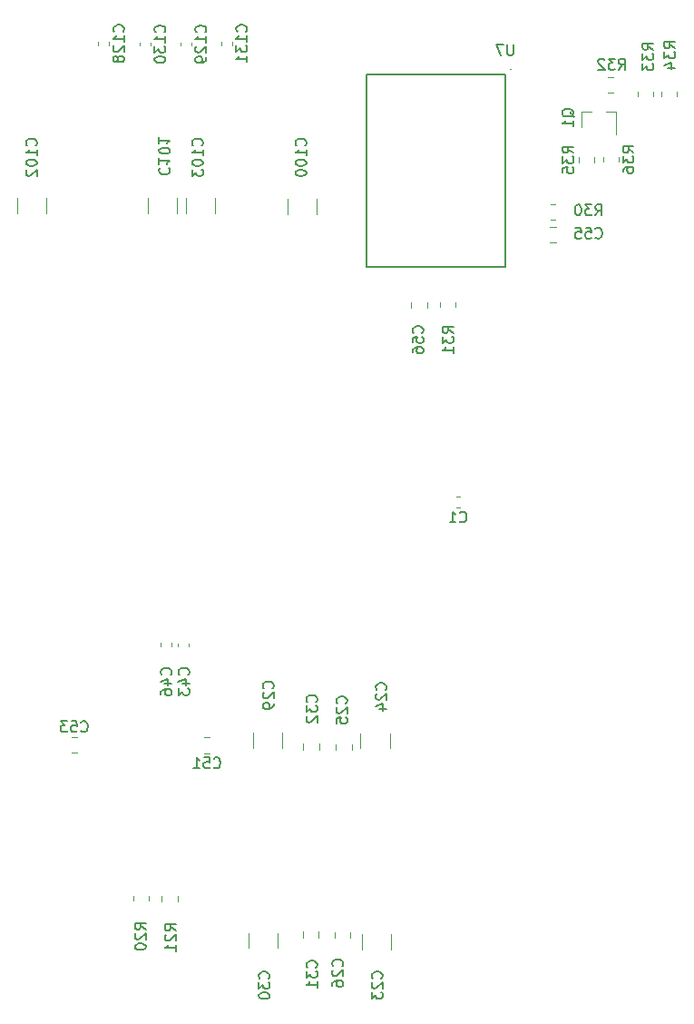
<source format=gbr>
G04 #@! TF.GenerationSoftware,KiCad,Pcbnew,5.1.9*
G04 #@! TF.CreationDate,2021-06-16T15:15:12+08:00*
G04 #@! TF.ProjectId,digital-amplifier2,64696769-7461-46c2-9d61-6d706c696669,rev?*
G04 #@! TF.SameCoordinates,Original*
G04 #@! TF.FileFunction,Legend,Bot*
G04 #@! TF.FilePolarity,Positive*
%FSLAX46Y46*%
G04 Gerber Fmt 4.6, Leading zero omitted, Abs format (unit mm)*
G04 Created by KiCad (PCBNEW 5.1.9) date 2021-06-16 15:15:12*
%MOMM*%
%LPD*%
G01*
G04 APERTURE LIST*
%ADD10C,0.120000*%
%ADD11C,0.150000*%
G04 APERTURE END LIST*
D10*
X166524000Y-116622564D02*
X166524000Y-116168436D01*
X167994000Y-116622564D02*
X167994000Y-116168436D01*
X147443580Y-154977560D02*
X147724740Y-154977560D01*
X147443580Y-153957560D02*
X147724740Y-153957560D01*
X126519400Y-111824380D02*
X126519400Y-111543220D01*
X125499400Y-111824380D02*
X125499400Y-111543220D01*
X118899400Y-111875180D02*
X118899400Y-111594020D01*
X117879400Y-111875180D02*
X117879400Y-111594020D01*
X122709400Y-111875180D02*
X122709400Y-111594020D01*
X121689400Y-111875180D02*
X121689400Y-111594020D01*
X115038600Y-111824380D02*
X115038600Y-111543220D01*
X114018600Y-111824380D02*
X114018600Y-111543220D01*
X124895440Y-127523292D02*
X124895440Y-126100788D01*
X122175440Y-127523292D02*
X122175440Y-126100788D01*
X109162680Y-127538532D02*
X109162680Y-126116028D01*
X106442680Y-127538532D02*
X106442680Y-126116028D01*
X121334360Y-127523292D02*
X121334360Y-126100788D01*
X118614360Y-127523292D02*
X118614360Y-126100788D01*
X134430600Y-127601292D02*
X134430600Y-126178788D01*
X131710600Y-127601292D02*
X131710600Y-126178788D01*
X120880600Y-167601020D02*
X120880600Y-167882180D01*
X119860600Y-167601020D02*
X119860600Y-167882180D01*
X122468100Y-167613720D02*
X122468100Y-167894880D01*
X121448100Y-167613720D02*
X121448100Y-167894880D01*
D11*
X152011380Y-114533680D02*
X152011380Y-132544820D01*
X152011380Y-132544820D02*
X139019000Y-132544820D01*
X139019000Y-132544820D02*
X139019000Y-114569240D01*
X139019000Y-114569240D02*
X151996140Y-114569240D01*
X152516840Y-114025680D02*
X152514300Y-114028220D01*
D10*
X161139200Y-122726184D02*
X161139200Y-122272056D01*
X162609200Y-122726184D02*
X162609200Y-122272056D01*
X160287640Y-122302536D02*
X160287640Y-122756664D01*
X158817640Y-122302536D02*
X158817640Y-122756664D01*
X164370080Y-116607324D02*
X164370080Y-116153196D01*
X165840080Y-116607324D02*
X165840080Y-116153196D01*
X161588716Y-114829920D02*
X162042844Y-114829920D01*
X161588716Y-116299920D02*
X162042844Y-116299920D01*
X145868720Y-135810256D02*
X145868720Y-136264384D01*
X147338720Y-135810256D02*
X147338720Y-136264384D01*
X156236936Y-126671400D02*
X156691064Y-126671400D01*
X156236936Y-128141400D02*
X156691064Y-128141400D01*
X119925160Y-191671944D02*
X119925160Y-191217816D01*
X121395160Y-191671944D02*
X121395160Y-191217816D01*
X117273400Y-191636384D02*
X117273400Y-191182256D01*
X118743400Y-191636384D02*
X118743400Y-191182256D01*
X159148660Y-118007860D02*
X159148660Y-119467860D01*
X162308660Y-118007860D02*
X162308660Y-120167860D01*
X162308660Y-118007860D02*
X161378660Y-118007860D01*
X159148660Y-118007860D02*
X160078660Y-118007860D01*
X144676800Y-135819248D02*
X144676800Y-136341752D01*
X143206800Y-135819248D02*
X143206800Y-136341752D01*
X156177348Y-128792300D02*
X156699852Y-128792300D01*
X156177348Y-130262300D02*
X156699852Y-130262300D01*
X112021252Y-177846660D02*
X111498748Y-177846660D01*
X112021252Y-176376660D02*
X111498748Y-176376660D01*
X123891408Y-176407140D02*
X124413912Y-176407140D01*
X123891408Y-177877140D02*
X124413912Y-177877140D01*
X133143320Y-177517692D02*
X133143320Y-176995188D01*
X134613320Y-177517692D02*
X134613320Y-176995188D01*
X134593000Y-194531348D02*
X134593000Y-195053852D01*
X133123000Y-194531348D02*
X133123000Y-195053852D01*
X130778080Y-194624908D02*
X130778080Y-196047412D01*
X128058080Y-194624908D02*
X128058080Y-196047412D01*
X128474640Y-177368252D02*
X128474640Y-175945748D01*
X131194640Y-177368252D02*
X131194640Y-175945748D01*
X137524160Y-194546588D02*
X137524160Y-195069092D01*
X136054160Y-194546588D02*
X136054160Y-195069092D01*
X136201480Y-177543092D02*
X136201480Y-177020588D01*
X137671480Y-177543092D02*
X137671480Y-177020588D01*
X138487320Y-177419052D02*
X138487320Y-175996548D01*
X141207320Y-177419052D02*
X141207320Y-175996548D01*
X141364800Y-194751908D02*
X141364800Y-196174412D01*
X138644800Y-194751908D02*
X138644800Y-196174412D01*
D11*
X167838380Y-112133142D02*
X167362190Y-111799809D01*
X167838380Y-111561714D02*
X166838380Y-111561714D01*
X166838380Y-111942666D01*
X166886000Y-112037904D01*
X166933619Y-112085523D01*
X167028857Y-112133142D01*
X167171714Y-112133142D01*
X167266952Y-112085523D01*
X167314571Y-112037904D01*
X167362190Y-111942666D01*
X167362190Y-111561714D01*
X166838380Y-112466476D02*
X166838380Y-113085523D01*
X167219333Y-112752190D01*
X167219333Y-112895047D01*
X167266952Y-112990285D01*
X167314571Y-113037904D01*
X167409809Y-113085523D01*
X167647904Y-113085523D01*
X167743142Y-113037904D01*
X167790761Y-112990285D01*
X167838380Y-112895047D01*
X167838380Y-112609333D01*
X167790761Y-112514095D01*
X167743142Y-112466476D01*
X167171714Y-113942666D02*
X167838380Y-113942666D01*
X166790761Y-113704571D02*
X167505047Y-113466476D01*
X167505047Y-114085523D01*
X147750826Y-156254702D02*
X147798445Y-156302321D01*
X147941302Y-156349940D01*
X148036540Y-156349940D01*
X148179398Y-156302321D01*
X148274636Y-156207083D01*
X148322255Y-156111845D01*
X148369874Y-155921369D01*
X148369874Y-155778512D01*
X148322255Y-155588036D01*
X148274636Y-155492798D01*
X148179398Y-155397560D01*
X148036540Y-155349940D01*
X147941302Y-155349940D01*
X147798445Y-155397560D01*
X147750826Y-155445179D01*
X146798445Y-156349940D02*
X147369874Y-156349940D01*
X147084160Y-156349940D02*
X147084160Y-155349940D01*
X147179398Y-155492798D01*
X147274636Y-155588036D01*
X147369874Y-155635655D01*
X127796542Y-110564752D02*
X127844161Y-110517133D01*
X127891780Y-110374276D01*
X127891780Y-110279038D01*
X127844161Y-110136180D01*
X127748923Y-110040942D01*
X127653685Y-109993323D01*
X127463209Y-109945704D01*
X127320352Y-109945704D01*
X127129876Y-109993323D01*
X127034638Y-110040942D01*
X126939400Y-110136180D01*
X126891780Y-110279038D01*
X126891780Y-110374276D01*
X126939400Y-110517133D01*
X126987019Y-110564752D01*
X127891780Y-111517133D02*
X127891780Y-110945704D01*
X127891780Y-111231419D02*
X126891780Y-111231419D01*
X127034638Y-111136180D01*
X127129876Y-111040942D01*
X127177495Y-110945704D01*
X126891780Y-111850466D02*
X126891780Y-112469514D01*
X127272733Y-112136180D01*
X127272733Y-112279038D01*
X127320352Y-112374276D01*
X127367971Y-112421895D01*
X127463209Y-112469514D01*
X127701304Y-112469514D01*
X127796542Y-112421895D01*
X127844161Y-112374276D01*
X127891780Y-112279038D01*
X127891780Y-111993323D01*
X127844161Y-111898085D01*
X127796542Y-111850466D01*
X127891780Y-113421895D02*
X127891780Y-112850466D01*
X127891780Y-113136180D02*
X126891780Y-113136180D01*
X127034638Y-113040942D01*
X127129876Y-112945704D01*
X127177495Y-112850466D01*
X120176542Y-110615552D02*
X120224161Y-110567933D01*
X120271780Y-110425076D01*
X120271780Y-110329838D01*
X120224161Y-110186980D01*
X120128923Y-110091742D01*
X120033685Y-110044123D01*
X119843209Y-109996504D01*
X119700352Y-109996504D01*
X119509876Y-110044123D01*
X119414638Y-110091742D01*
X119319400Y-110186980D01*
X119271780Y-110329838D01*
X119271780Y-110425076D01*
X119319400Y-110567933D01*
X119367019Y-110615552D01*
X120271780Y-111567933D02*
X120271780Y-110996504D01*
X120271780Y-111282219D02*
X119271780Y-111282219D01*
X119414638Y-111186980D01*
X119509876Y-111091742D01*
X119557495Y-110996504D01*
X119271780Y-111901266D02*
X119271780Y-112520314D01*
X119652733Y-112186980D01*
X119652733Y-112329838D01*
X119700352Y-112425076D01*
X119747971Y-112472695D01*
X119843209Y-112520314D01*
X120081304Y-112520314D01*
X120176542Y-112472695D01*
X120224161Y-112425076D01*
X120271780Y-112329838D01*
X120271780Y-112044123D01*
X120224161Y-111948885D01*
X120176542Y-111901266D01*
X119271780Y-113139361D02*
X119271780Y-113234600D01*
X119319400Y-113329838D01*
X119367019Y-113377457D01*
X119462257Y-113425076D01*
X119652733Y-113472695D01*
X119890828Y-113472695D01*
X120081304Y-113425076D01*
X120176542Y-113377457D01*
X120224161Y-113329838D01*
X120271780Y-113234600D01*
X120271780Y-113139361D01*
X120224161Y-113044123D01*
X120176542Y-112996504D01*
X120081304Y-112948885D01*
X119890828Y-112901266D01*
X119652733Y-112901266D01*
X119462257Y-112948885D01*
X119367019Y-112996504D01*
X119319400Y-113044123D01*
X119271780Y-113139361D01*
X123986542Y-110615552D02*
X124034161Y-110567933D01*
X124081780Y-110425076D01*
X124081780Y-110329838D01*
X124034161Y-110186980D01*
X123938923Y-110091742D01*
X123843685Y-110044123D01*
X123653209Y-109996504D01*
X123510352Y-109996504D01*
X123319876Y-110044123D01*
X123224638Y-110091742D01*
X123129400Y-110186980D01*
X123081780Y-110329838D01*
X123081780Y-110425076D01*
X123129400Y-110567933D01*
X123177019Y-110615552D01*
X124081780Y-111567933D02*
X124081780Y-110996504D01*
X124081780Y-111282219D02*
X123081780Y-111282219D01*
X123224638Y-111186980D01*
X123319876Y-111091742D01*
X123367495Y-110996504D01*
X123177019Y-111948885D02*
X123129400Y-111996504D01*
X123081780Y-112091742D01*
X123081780Y-112329838D01*
X123129400Y-112425076D01*
X123177019Y-112472695D01*
X123272257Y-112520314D01*
X123367495Y-112520314D01*
X123510352Y-112472695D01*
X124081780Y-111901266D01*
X124081780Y-112520314D01*
X124081780Y-112996504D02*
X124081780Y-113186980D01*
X124034161Y-113282219D01*
X123986542Y-113329838D01*
X123843685Y-113425076D01*
X123653209Y-113472695D01*
X123272257Y-113472695D01*
X123177019Y-113425076D01*
X123129400Y-113377457D01*
X123081780Y-113282219D01*
X123081780Y-113091742D01*
X123129400Y-112996504D01*
X123177019Y-112948885D01*
X123272257Y-112901266D01*
X123510352Y-112901266D01*
X123605590Y-112948885D01*
X123653209Y-112996504D01*
X123700828Y-113091742D01*
X123700828Y-113282219D01*
X123653209Y-113377457D01*
X123605590Y-113425076D01*
X123510352Y-113472695D01*
X116315742Y-110564752D02*
X116363361Y-110517133D01*
X116410980Y-110374276D01*
X116410980Y-110279038D01*
X116363361Y-110136180D01*
X116268123Y-110040942D01*
X116172885Y-109993323D01*
X115982409Y-109945704D01*
X115839552Y-109945704D01*
X115649076Y-109993323D01*
X115553838Y-110040942D01*
X115458600Y-110136180D01*
X115410980Y-110279038D01*
X115410980Y-110374276D01*
X115458600Y-110517133D01*
X115506219Y-110564752D01*
X116410980Y-111517133D02*
X116410980Y-110945704D01*
X116410980Y-111231419D02*
X115410980Y-111231419D01*
X115553838Y-111136180D01*
X115649076Y-111040942D01*
X115696695Y-110945704D01*
X115506219Y-111898085D02*
X115458600Y-111945704D01*
X115410980Y-112040942D01*
X115410980Y-112279038D01*
X115458600Y-112374276D01*
X115506219Y-112421895D01*
X115601457Y-112469514D01*
X115696695Y-112469514D01*
X115839552Y-112421895D01*
X116410980Y-111850466D01*
X116410980Y-112469514D01*
X115839552Y-113040942D02*
X115791933Y-112945704D01*
X115744314Y-112898085D01*
X115649076Y-112850466D01*
X115601457Y-112850466D01*
X115506219Y-112898085D01*
X115458600Y-112945704D01*
X115410980Y-113040942D01*
X115410980Y-113231419D01*
X115458600Y-113326657D01*
X115506219Y-113374276D01*
X115601457Y-113421895D01*
X115649076Y-113421895D01*
X115744314Y-113374276D01*
X115791933Y-113326657D01*
X115839552Y-113231419D01*
X115839552Y-113040942D01*
X115887171Y-112945704D01*
X115934790Y-112898085D01*
X116030028Y-112850466D01*
X116220504Y-112850466D01*
X116315742Y-112898085D01*
X116363361Y-112945704D01*
X116410980Y-113040942D01*
X116410980Y-113231419D01*
X116363361Y-113326657D01*
X116315742Y-113374276D01*
X116220504Y-113421895D01*
X116030028Y-113421895D01*
X115934790Y-113374276D01*
X115887171Y-113326657D01*
X115839552Y-113231419D01*
X123674142Y-121181952D02*
X123721761Y-121134333D01*
X123769380Y-120991476D01*
X123769380Y-120896238D01*
X123721761Y-120753380D01*
X123626523Y-120658142D01*
X123531285Y-120610523D01*
X123340809Y-120562904D01*
X123197952Y-120562904D01*
X123007476Y-120610523D01*
X122912238Y-120658142D01*
X122817000Y-120753380D01*
X122769380Y-120896238D01*
X122769380Y-120991476D01*
X122817000Y-121134333D01*
X122864619Y-121181952D01*
X123769380Y-122134333D02*
X123769380Y-121562904D01*
X123769380Y-121848619D02*
X122769380Y-121848619D01*
X122912238Y-121753380D01*
X123007476Y-121658142D01*
X123055095Y-121562904D01*
X122769380Y-122753380D02*
X122769380Y-122848619D01*
X122817000Y-122943857D01*
X122864619Y-122991476D01*
X122959857Y-123039095D01*
X123150333Y-123086714D01*
X123388428Y-123086714D01*
X123578904Y-123039095D01*
X123674142Y-122991476D01*
X123721761Y-122943857D01*
X123769380Y-122848619D01*
X123769380Y-122753380D01*
X123721761Y-122658142D01*
X123674142Y-122610523D01*
X123578904Y-122562904D01*
X123388428Y-122515285D01*
X123150333Y-122515285D01*
X122959857Y-122562904D01*
X122864619Y-122610523D01*
X122817000Y-122658142D01*
X122769380Y-122753380D01*
X122769380Y-123420047D02*
X122769380Y-124039095D01*
X123150333Y-123705761D01*
X123150333Y-123848619D01*
X123197952Y-123943857D01*
X123245571Y-123991476D01*
X123340809Y-124039095D01*
X123578904Y-124039095D01*
X123674142Y-123991476D01*
X123721761Y-123943857D01*
X123769380Y-123848619D01*
X123769380Y-123562904D01*
X123721761Y-123467666D01*
X123674142Y-123420047D01*
X108180142Y-121181952D02*
X108227761Y-121134333D01*
X108275380Y-120991476D01*
X108275380Y-120896238D01*
X108227761Y-120753380D01*
X108132523Y-120658142D01*
X108037285Y-120610523D01*
X107846809Y-120562904D01*
X107703952Y-120562904D01*
X107513476Y-120610523D01*
X107418238Y-120658142D01*
X107323000Y-120753380D01*
X107275380Y-120896238D01*
X107275380Y-120991476D01*
X107323000Y-121134333D01*
X107370619Y-121181952D01*
X108275380Y-122134333D02*
X108275380Y-121562904D01*
X108275380Y-121848619D02*
X107275380Y-121848619D01*
X107418238Y-121753380D01*
X107513476Y-121658142D01*
X107561095Y-121562904D01*
X107275380Y-122753380D02*
X107275380Y-122848619D01*
X107323000Y-122943857D01*
X107370619Y-122991476D01*
X107465857Y-123039095D01*
X107656333Y-123086714D01*
X107894428Y-123086714D01*
X108084904Y-123039095D01*
X108180142Y-122991476D01*
X108227761Y-122943857D01*
X108275380Y-122848619D01*
X108275380Y-122753380D01*
X108227761Y-122658142D01*
X108180142Y-122610523D01*
X108084904Y-122562904D01*
X107894428Y-122515285D01*
X107656333Y-122515285D01*
X107465857Y-122562904D01*
X107370619Y-122610523D01*
X107323000Y-122658142D01*
X107275380Y-122753380D01*
X107370619Y-123467666D02*
X107323000Y-123515285D01*
X107275380Y-123610523D01*
X107275380Y-123848619D01*
X107323000Y-123943857D01*
X107370619Y-123991476D01*
X107465857Y-124039095D01*
X107561095Y-124039095D01*
X107703952Y-123991476D01*
X108275380Y-123420047D01*
X108275380Y-124039095D01*
X119784857Y-123293047D02*
X119737238Y-123340666D01*
X119689619Y-123483523D01*
X119689619Y-123578761D01*
X119737238Y-123721619D01*
X119832476Y-123816857D01*
X119927714Y-123864476D01*
X120118190Y-123912095D01*
X120261047Y-123912095D01*
X120451523Y-123864476D01*
X120546761Y-123816857D01*
X120642000Y-123721619D01*
X120689619Y-123578761D01*
X120689619Y-123483523D01*
X120642000Y-123340666D01*
X120594380Y-123293047D01*
X119689619Y-122340666D02*
X119689619Y-122912095D01*
X119689619Y-122626380D02*
X120689619Y-122626380D01*
X120546761Y-122721619D01*
X120451523Y-122816857D01*
X120403904Y-122912095D01*
X120689619Y-121721619D02*
X120689619Y-121626380D01*
X120642000Y-121531142D01*
X120594380Y-121483523D01*
X120499142Y-121435904D01*
X120308666Y-121388285D01*
X120070571Y-121388285D01*
X119880095Y-121435904D01*
X119784857Y-121483523D01*
X119737238Y-121531142D01*
X119689619Y-121626380D01*
X119689619Y-121721619D01*
X119737238Y-121816857D01*
X119784857Y-121864476D01*
X119880095Y-121912095D01*
X120070571Y-121959714D01*
X120308666Y-121959714D01*
X120499142Y-121912095D01*
X120594380Y-121864476D01*
X120642000Y-121816857D01*
X120689619Y-121721619D01*
X119689619Y-120435904D02*
X119689619Y-121007333D01*
X119689619Y-120721619D02*
X120689619Y-120721619D01*
X120546761Y-120816857D01*
X120451523Y-120912095D01*
X120403904Y-121007333D01*
X133326142Y-121181952D02*
X133373761Y-121134333D01*
X133421380Y-120991476D01*
X133421380Y-120896238D01*
X133373761Y-120753380D01*
X133278523Y-120658142D01*
X133183285Y-120610523D01*
X132992809Y-120562904D01*
X132849952Y-120562904D01*
X132659476Y-120610523D01*
X132564238Y-120658142D01*
X132469000Y-120753380D01*
X132421380Y-120896238D01*
X132421380Y-120991476D01*
X132469000Y-121134333D01*
X132516619Y-121181952D01*
X133421380Y-122134333D02*
X133421380Y-121562904D01*
X133421380Y-121848619D02*
X132421380Y-121848619D01*
X132564238Y-121753380D01*
X132659476Y-121658142D01*
X132707095Y-121562904D01*
X132421380Y-122753380D02*
X132421380Y-122848619D01*
X132469000Y-122943857D01*
X132516619Y-122991476D01*
X132611857Y-123039095D01*
X132802333Y-123086714D01*
X133040428Y-123086714D01*
X133230904Y-123039095D01*
X133326142Y-122991476D01*
X133373761Y-122943857D01*
X133421380Y-122848619D01*
X133421380Y-122753380D01*
X133373761Y-122658142D01*
X133326142Y-122610523D01*
X133230904Y-122562904D01*
X133040428Y-122515285D01*
X132802333Y-122515285D01*
X132611857Y-122562904D01*
X132516619Y-122610523D01*
X132469000Y-122658142D01*
X132421380Y-122753380D01*
X132421380Y-123705761D02*
X132421380Y-123801000D01*
X132469000Y-123896238D01*
X132516619Y-123943857D01*
X132611857Y-123991476D01*
X132802333Y-124039095D01*
X133040428Y-124039095D01*
X133230904Y-123991476D01*
X133326142Y-123943857D01*
X133373761Y-123896238D01*
X133421380Y-123801000D01*
X133421380Y-123705761D01*
X133373761Y-123610523D01*
X133326142Y-123562904D01*
X133230904Y-123515285D01*
X133040428Y-123467666D01*
X132802333Y-123467666D01*
X132611857Y-123515285D01*
X132516619Y-123562904D01*
X132469000Y-123610523D01*
X132421380Y-123705761D01*
X120753142Y-170553142D02*
X120800761Y-170505523D01*
X120848380Y-170362666D01*
X120848380Y-170267428D01*
X120800761Y-170124571D01*
X120705523Y-170029333D01*
X120610285Y-169981714D01*
X120419809Y-169934095D01*
X120276952Y-169934095D01*
X120086476Y-169981714D01*
X119991238Y-170029333D01*
X119896000Y-170124571D01*
X119848380Y-170267428D01*
X119848380Y-170362666D01*
X119896000Y-170505523D01*
X119943619Y-170553142D01*
X120181714Y-171410285D02*
X120848380Y-171410285D01*
X119800761Y-171172190D02*
X120515047Y-170934095D01*
X120515047Y-171553142D01*
X119848380Y-172362666D02*
X119848380Y-172172190D01*
X119896000Y-172076952D01*
X119943619Y-172029333D01*
X120086476Y-171934095D01*
X120276952Y-171886476D01*
X120657904Y-171886476D01*
X120753142Y-171934095D01*
X120800761Y-171981714D01*
X120848380Y-172076952D01*
X120848380Y-172267428D01*
X120800761Y-172362666D01*
X120753142Y-172410285D01*
X120657904Y-172457904D01*
X120419809Y-172457904D01*
X120324571Y-172410285D01*
X120276952Y-172362666D01*
X120229333Y-172267428D01*
X120229333Y-172076952D01*
X120276952Y-171981714D01*
X120324571Y-171934095D01*
X120419809Y-171886476D01*
X122404142Y-170553142D02*
X122451761Y-170505523D01*
X122499380Y-170362666D01*
X122499380Y-170267428D01*
X122451761Y-170124571D01*
X122356523Y-170029333D01*
X122261285Y-169981714D01*
X122070809Y-169934095D01*
X121927952Y-169934095D01*
X121737476Y-169981714D01*
X121642238Y-170029333D01*
X121547000Y-170124571D01*
X121499380Y-170267428D01*
X121499380Y-170362666D01*
X121547000Y-170505523D01*
X121594619Y-170553142D01*
X121832714Y-171410285D02*
X122499380Y-171410285D01*
X121451761Y-171172190D02*
X122166047Y-170934095D01*
X122166047Y-171553142D01*
X121499380Y-171838857D02*
X121499380Y-172457904D01*
X121880333Y-172124571D01*
X121880333Y-172267428D01*
X121927952Y-172362666D01*
X121975571Y-172410285D01*
X122070809Y-172457904D01*
X122308904Y-172457904D01*
X122404142Y-172410285D01*
X122451761Y-172362666D01*
X122499380Y-172267428D01*
X122499380Y-171981714D01*
X122451761Y-171886476D01*
X122404142Y-171838857D01*
X152760584Y-111783880D02*
X152760584Y-112593404D01*
X152712965Y-112688642D01*
X152665346Y-112736261D01*
X152570108Y-112783880D01*
X152379632Y-112783880D01*
X152284394Y-112736261D01*
X152236775Y-112688642D01*
X152189156Y-112593404D01*
X152189156Y-111783880D01*
X151808203Y-111783880D02*
X151141537Y-111783880D01*
X151570108Y-112783880D01*
X163976580Y-121856262D02*
X163500390Y-121522929D01*
X163976580Y-121284834D02*
X162976580Y-121284834D01*
X162976580Y-121665786D01*
X163024200Y-121761024D01*
X163071819Y-121808643D01*
X163167057Y-121856262D01*
X163309914Y-121856262D01*
X163405152Y-121808643D01*
X163452771Y-121761024D01*
X163500390Y-121665786D01*
X163500390Y-121284834D01*
X162976580Y-122189596D02*
X162976580Y-122808643D01*
X163357533Y-122475310D01*
X163357533Y-122618167D01*
X163405152Y-122713405D01*
X163452771Y-122761024D01*
X163548009Y-122808643D01*
X163786104Y-122808643D01*
X163881342Y-122761024D01*
X163928961Y-122713405D01*
X163976580Y-122618167D01*
X163976580Y-122332453D01*
X163928961Y-122237215D01*
X163881342Y-122189596D01*
X162976580Y-123665786D02*
X162976580Y-123475310D01*
X163024200Y-123380072D01*
X163071819Y-123332453D01*
X163214676Y-123237215D01*
X163405152Y-123189596D01*
X163786104Y-123189596D01*
X163881342Y-123237215D01*
X163928961Y-123284834D01*
X163976580Y-123380072D01*
X163976580Y-123570548D01*
X163928961Y-123665786D01*
X163881342Y-123713405D01*
X163786104Y-123761024D01*
X163548009Y-123761024D01*
X163452771Y-123713405D01*
X163405152Y-123665786D01*
X163357533Y-123570548D01*
X163357533Y-123380072D01*
X163405152Y-123284834D01*
X163452771Y-123237215D01*
X163548009Y-123189596D01*
X158355020Y-121886742D02*
X157878830Y-121553409D01*
X158355020Y-121315314D02*
X157355020Y-121315314D01*
X157355020Y-121696266D01*
X157402640Y-121791504D01*
X157450259Y-121839123D01*
X157545497Y-121886742D01*
X157688354Y-121886742D01*
X157783592Y-121839123D01*
X157831211Y-121791504D01*
X157878830Y-121696266D01*
X157878830Y-121315314D01*
X157355020Y-122220076D02*
X157355020Y-122839123D01*
X157735973Y-122505790D01*
X157735973Y-122648647D01*
X157783592Y-122743885D01*
X157831211Y-122791504D01*
X157926449Y-122839123D01*
X158164544Y-122839123D01*
X158259782Y-122791504D01*
X158307401Y-122743885D01*
X158355020Y-122648647D01*
X158355020Y-122362933D01*
X158307401Y-122267695D01*
X158259782Y-122220076D01*
X157355020Y-123743885D02*
X157355020Y-123267695D01*
X157831211Y-123220076D01*
X157783592Y-123267695D01*
X157735973Y-123362933D01*
X157735973Y-123601028D01*
X157783592Y-123696266D01*
X157831211Y-123743885D01*
X157926449Y-123791504D01*
X158164544Y-123791504D01*
X158259782Y-123743885D01*
X158307401Y-123696266D01*
X158355020Y-123601028D01*
X158355020Y-123362933D01*
X158307401Y-123267695D01*
X158259782Y-123220076D01*
X165806380Y-112260142D02*
X165330190Y-111926809D01*
X165806380Y-111688714D02*
X164806380Y-111688714D01*
X164806380Y-112069666D01*
X164854000Y-112164904D01*
X164901619Y-112212523D01*
X164996857Y-112260142D01*
X165139714Y-112260142D01*
X165234952Y-112212523D01*
X165282571Y-112164904D01*
X165330190Y-112069666D01*
X165330190Y-111688714D01*
X164806380Y-112593476D02*
X164806380Y-113212523D01*
X165187333Y-112879190D01*
X165187333Y-113022047D01*
X165234952Y-113117285D01*
X165282571Y-113164904D01*
X165377809Y-113212523D01*
X165615904Y-113212523D01*
X165711142Y-113164904D01*
X165758761Y-113117285D01*
X165806380Y-113022047D01*
X165806380Y-112736333D01*
X165758761Y-112641095D01*
X165711142Y-112593476D01*
X164806380Y-113545857D02*
X164806380Y-114164904D01*
X165187333Y-113831571D01*
X165187333Y-113974428D01*
X165234952Y-114069666D01*
X165282571Y-114117285D01*
X165377809Y-114164904D01*
X165615904Y-114164904D01*
X165711142Y-114117285D01*
X165758761Y-114069666D01*
X165806380Y-113974428D01*
X165806380Y-113688714D01*
X165758761Y-113593476D01*
X165711142Y-113545857D01*
X162567857Y-114117380D02*
X162901190Y-113641190D01*
X163139285Y-114117380D02*
X163139285Y-113117380D01*
X162758333Y-113117380D01*
X162663095Y-113165000D01*
X162615476Y-113212619D01*
X162567857Y-113307857D01*
X162567857Y-113450714D01*
X162615476Y-113545952D01*
X162663095Y-113593571D01*
X162758333Y-113641190D01*
X163139285Y-113641190D01*
X162234523Y-113117380D02*
X161615476Y-113117380D01*
X161948809Y-113498333D01*
X161805952Y-113498333D01*
X161710714Y-113545952D01*
X161663095Y-113593571D01*
X161615476Y-113688809D01*
X161615476Y-113926904D01*
X161663095Y-114022142D01*
X161710714Y-114069761D01*
X161805952Y-114117380D01*
X162091666Y-114117380D01*
X162186904Y-114069761D01*
X162234523Y-114022142D01*
X161234523Y-113212619D02*
X161186904Y-113165000D01*
X161091666Y-113117380D01*
X160853571Y-113117380D01*
X160758333Y-113165000D01*
X160710714Y-113212619D01*
X160663095Y-113307857D01*
X160663095Y-113403095D01*
X160710714Y-113545952D01*
X161282142Y-114117380D01*
X160663095Y-114117380D01*
X147137380Y-138676142D02*
X146661190Y-138342809D01*
X147137380Y-138104714D02*
X146137380Y-138104714D01*
X146137380Y-138485666D01*
X146185000Y-138580904D01*
X146232619Y-138628523D01*
X146327857Y-138676142D01*
X146470714Y-138676142D01*
X146565952Y-138628523D01*
X146613571Y-138580904D01*
X146661190Y-138485666D01*
X146661190Y-138104714D01*
X146137380Y-139009476D02*
X146137380Y-139628523D01*
X146518333Y-139295190D01*
X146518333Y-139438047D01*
X146565952Y-139533285D01*
X146613571Y-139580904D01*
X146708809Y-139628523D01*
X146946904Y-139628523D01*
X147042142Y-139580904D01*
X147089761Y-139533285D01*
X147137380Y-139438047D01*
X147137380Y-139152333D01*
X147089761Y-139057095D01*
X147042142Y-139009476D01*
X147137380Y-140580904D02*
X147137380Y-140009476D01*
X147137380Y-140295190D02*
X146137380Y-140295190D01*
X146280238Y-140199952D01*
X146375476Y-140104714D01*
X146423095Y-140009476D01*
X160408857Y-127706380D02*
X160742190Y-127230190D01*
X160980285Y-127706380D02*
X160980285Y-126706380D01*
X160599333Y-126706380D01*
X160504095Y-126754000D01*
X160456476Y-126801619D01*
X160408857Y-126896857D01*
X160408857Y-127039714D01*
X160456476Y-127134952D01*
X160504095Y-127182571D01*
X160599333Y-127230190D01*
X160980285Y-127230190D01*
X160075523Y-126706380D02*
X159456476Y-126706380D01*
X159789809Y-127087333D01*
X159646952Y-127087333D01*
X159551714Y-127134952D01*
X159504095Y-127182571D01*
X159456476Y-127277809D01*
X159456476Y-127515904D01*
X159504095Y-127611142D01*
X159551714Y-127658761D01*
X159646952Y-127706380D01*
X159932666Y-127706380D01*
X160027904Y-127658761D01*
X160075523Y-127611142D01*
X158837428Y-126706380D02*
X158742190Y-126706380D01*
X158646952Y-126754000D01*
X158599333Y-126801619D01*
X158551714Y-126896857D01*
X158504095Y-127087333D01*
X158504095Y-127325428D01*
X158551714Y-127515904D01*
X158599333Y-127611142D01*
X158646952Y-127658761D01*
X158742190Y-127706380D01*
X158837428Y-127706380D01*
X158932666Y-127658761D01*
X158980285Y-127611142D01*
X159027904Y-127515904D01*
X159075523Y-127325428D01*
X159075523Y-127087333D01*
X159027904Y-126896857D01*
X158980285Y-126801619D01*
X158932666Y-126754000D01*
X158837428Y-126706380D01*
X121229380Y-194429142D02*
X120753190Y-194095809D01*
X121229380Y-193857714D02*
X120229380Y-193857714D01*
X120229380Y-194238666D01*
X120277000Y-194333904D01*
X120324619Y-194381523D01*
X120419857Y-194429142D01*
X120562714Y-194429142D01*
X120657952Y-194381523D01*
X120705571Y-194333904D01*
X120753190Y-194238666D01*
X120753190Y-193857714D01*
X120324619Y-194810095D02*
X120277000Y-194857714D01*
X120229380Y-194952952D01*
X120229380Y-195191047D01*
X120277000Y-195286285D01*
X120324619Y-195333904D01*
X120419857Y-195381523D01*
X120515095Y-195381523D01*
X120657952Y-195333904D01*
X121229380Y-194762476D01*
X121229380Y-195381523D01*
X121229380Y-196333904D02*
X121229380Y-195762476D01*
X121229380Y-196048190D02*
X120229380Y-196048190D01*
X120372238Y-195952952D01*
X120467476Y-195857714D01*
X120515095Y-195762476D01*
X118435380Y-194302142D02*
X117959190Y-193968809D01*
X118435380Y-193730714D02*
X117435380Y-193730714D01*
X117435380Y-194111666D01*
X117483000Y-194206904D01*
X117530619Y-194254523D01*
X117625857Y-194302142D01*
X117768714Y-194302142D01*
X117863952Y-194254523D01*
X117911571Y-194206904D01*
X117959190Y-194111666D01*
X117959190Y-193730714D01*
X117530619Y-194683095D02*
X117483000Y-194730714D01*
X117435380Y-194825952D01*
X117435380Y-195064047D01*
X117483000Y-195159285D01*
X117530619Y-195206904D01*
X117625857Y-195254523D01*
X117721095Y-195254523D01*
X117863952Y-195206904D01*
X118435380Y-194635476D01*
X118435380Y-195254523D01*
X117435380Y-195873571D02*
X117435380Y-195968809D01*
X117483000Y-196064047D01*
X117530619Y-196111666D01*
X117625857Y-196159285D01*
X117816333Y-196206904D01*
X118054428Y-196206904D01*
X118244904Y-196159285D01*
X118340142Y-196111666D01*
X118387761Y-196064047D01*
X118435380Y-195968809D01*
X118435380Y-195873571D01*
X118387761Y-195778333D01*
X118340142Y-195730714D01*
X118244904Y-195683095D01*
X118054428Y-195635476D01*
X117816333Y-195635476D01*
X117625857Y-195683095D01*
X117530619Y-195730714D01*
X117483000Y-195778333D01*
X117435380Y-195873571D01*
X158408619Y-118522761D02*
X158361000Y-118427523D01*
X158265761Y-118332285D01*
X158122904Y-118189428D01*
X158075285Y-118094190D01*
X158075285Y-117998952D01*
X158313380Y-118046571D02*
X158265761Y-117951333D01*
X158170523Y-117856095D01*
X157980047Y-117808476D01*
X157646714Y-117808476D01*
X157456238Y-117856095D01*
X157361000Y-117951333D01*
X157313380Y-118046571D01*
X157313380Y-118237047D01*
X157361000Y-118332285D01*
X157456238Y-118427523D01*
X157646714Y-118475142D01*
X157980047Y-118475142D01*
X158170523Y-118427523D01*
X158265761Y-118332285D01*
X158313380Y-118237047D01*
X158313380Y-118046571D01*
X158313380Y-119427523D02*
X158313380Y-118856095D01*
X158313380Y-119141809D02*
X157313380Y-119141809D01*
X157456238Y-119046571D01*
X157551476Y-118951333D01*
X157599095Y-118856095D01*
X144248142Y-138676142D02*
X144295761Y-138628523D01*
X144343380Y-138485666D01*
X144343380Y-138390428D01*
X144295761Y-138247571D01*
X144200523Y-138152333D01*
X144105285Y-138104714D01*
X143914809Y-138057095D01*
X143771952Y-138057095D01*
X143581476Y-138104714D01*
X143486238Y-138152333D01*
X143391000Y-138247571D01*
X143343380Y-138390428D01*
X143343380Y-138485666D01*
X143391000Y-138628523D01*
X143438619Y-138676142D01*
X143343380Y-139580904D02*
X143343380Y-139104714D01*
X143819571Y-139057095D01*
X143771952Y-139104714D01*
X143724333Y-139199952D01*
X143724333Y-139438047D01*
X143771952Y-139533285D01*
X143819571Y-139580904D01*
X143914809Y-139628523D01*
X144152904Y-139628523D01*
X144248142Y-139580904D01*
X144295761Y-139533285D01*
X144343380Y-139438047D01*
X144343380Y-139199952D01*
X144295761Y-139104714D01*
X144248142Y-139057095D01*
X143343380Y-140485666D02*
X143343380Y-140295190D01*
X143391000Y-140199952D01*
X143438619Y-140152333D01*
X143581476Y-140057095D01*
X143771952Y-140009476D01*
X144152904Y-140009476D01*
X144248142Y-140057095D01*
X144295761Y-140104714D01*
X144343380Y-140199952D01*
X144343380Y-140390428D01*
X144295761Y-140485666D01*
X144248142Y-140533285D01*
X144152904Y-140580904D01*
X143914809Y-140580904D01*
X143819571Y-140533285D01*
X143771952Y-140485666D01*
X143724333Y-140390428D01*
X143724333Y-140199952D01*
X143771952Y-140104714D01*
X143819571Y-140057095D01*
X143914809Y-140009476D01*
X160408857Y-129770142D02*
X160456476Y-129817761D01*
X160599333Y-129865380D01*
X160694571Y-129865380D01*
X160837428Y-129817761D01*
X160932666Y-129722523D01*
X160980285Y-129627285D01*
X161027904Y-129436809D01*
X161027904Y-129293952D01*
X160980285Y-129103476D01*
X160932666Y-129008238D01*
X160837428Y-128913000D01*
X160694571Y-128865380D01*
X160599333Y-128865380D01*
X160456476Y-128913000D01*
X160408857Y-128960619D01*
X159504095Y-128865380D02*
X159980285Y-128865380D01*
X160027904Y-129341571D01*
X159980285Y-129293952D01*
X159885047Y-129246333D01*
X159646952Y-129246333D01*
X159551714Y-129293952D01*
X159504095Y-129341571D01*
X159456476Y-129436809D01*
X159456476Y-129674904D01*
X159504095Y-129770142D01*
X159551714Y-129817761D01*
X159646952Y-129865380D01*
X159885047Y-129865380D01*
X159980285Y-129817761D01*
X160027904Y-129770142D01*
X158551714Y-128865380D02*
X159027904Y-128865380D01*
X159075523Y-129341571D01*
X159027904Y-129293952D01*
X158932666Y-129246333D01*
X158694571Y-129246333D01*
X158599333Y-129293952D01*
X158551714Y-129341571D01*
X158504095Y-129436809D01*
X158504095Y-129674904D01*
X158551714Y-129770142D01*
X158599333Y-129817761D01*
X158694571Y-129865380D01*
X158932666Y-129865380D01*
X159027904Y-129817761D01*
X159075523Y-129770142D01*
X112402857Y-175788802D02*
X112450476Y-175836421D01*
X112593333Y-175884040D01*
X112688571Y-175884040D01*
X112831428Y-175836421D01*
X112926666Y-175741183D01*
X112974285Y-175645945D01*
X113021904Y-175455469D01*
X113021904Y-175312612D01*
X112974285Y-175122136D01*
X112926666Y-175026898D01*
X112831428Y-174931660D01*
X112688571Y-174884040D01*
X112593333Y-174884040D01*
X112450476Y-174931660D01*
X112402857Y-174979279D01*
X111498095Y-174884040D02*
X111974285Y-174884040D01*
X112021904Y-175360231D01*
X111974285Y-175312612D01*
X111879047Y-175264993D01*
X111640952Y-175264993D01*
X111545714Y-175312612D01*
X111498095Y-175360231D01*
X111450476Y-175455469D01*
X111450476Y-175693564D01*
X111498095Y-175788802D01*
X111545714Y-175836421D01*
X111640952Y-175884040D01*
X111879047Y-175884040D01*
X111974285Y-175836421D01*
X112021904Y-175788802D01*
X111117142Y-174884040D02*
X110498095Y-174884040D01*
X110831428Y-175264993D01*
X110688571Y-175264993D01*
X110593333Y-175312612D01*
X110545714Y-175360231D01*
X110498095Y-175455469D01*
X110498095Y-175693564D01*
X110545714Y-175788802D01*
X110593333Y-175836421D01*
X110688571Y-175884040D01*
X110974285Y-175884040D01*
X111069523Y-175836421D01*
X111117142Y-175788802D01*
X124795517Y-179179282D02*
X124843136Y-179226901D01*
X124985993Y-179274520D01*
X125081231Y-179274520D01*
X125224088Y-179226901D01*
X125319326Y-179131663D01*
X125366945Y-179036425D01*
X125414564Y-178845949D01*
X125414564Y-178703092D01*
X125366945Y-178512616D01*
X125319326Y-178417378D01*
X125224088Y-178322140D01*
X125081231Y-178274520D01*
X124985993Y-178274520D01*
X124843136Y-178322140D01*
X124795517Y-178369759D01*
X123890755Y-178274520D02*
X124366945Y-178274520D01*
X124414564Y-178750711D01*
X124366945Y-178703092D01*
X124271707Y-178655473D01*
X124033612Y-178655473D01*
X123938374Y-178703092D01*
X123890755Y-178750711D01*
X123843136Y-178845949D01*
X123843136Y-179084044D01*
X123890755Y-179179282D01*
X123938374Y-179226901D01*
X124033612Y-179274520D01*
X124271707Y-179274520D01*
X124366945Y-179226901D01*
X124414564Y-179179282D01*
X122890755Y-179274520D02*
X123462183Y-179274520D01*
X123176469Y-179274520D02*
X123176469Y-178274520D01*
X123271707Y-178417378D01*
X123366945Y-178512616D01*
X123462183Y-178560235D01*
X134342142Y-173093142D02*
X134389761Y-173045523D01*
X134437380Y-172902666D01*
X134437380Y-172807428D01*
X134389761Y-172664571D01*
X134294523Y-172569333D01*
X134199285Y-172521714D01*
X134008809Y-172474095D01*
X133865952Y-172474095D01*
X133675476Y-172521714D01*
X133580238Y-172569333D01*
X133485000Y-172664571D01*
X133437380Y-172807428D01*
X133437380Y-172902666D01*
X133485000Y-173045523D01*
X133532619Y-173093142D01*
X133437380Y-173426476D02*
X133437380Y-174045523D01*
X133818333Y-173712190D01*
X133818333Y-173855047D01*
X133865952Y-173950285D01*
X133913571Y-173997904D01*
X134008809Y-174045523D01*
X134246904Y-174045523D01*
X134342142Y-173997904D01*
X134389761Y-173950285D01*
X134437380Y-173855047D01*
X134437380Y-173569333D01*
X134389761Y-173474095D01*
X134342142Y-173426476D01*
X133532619Y-174426476D02*
X133485000Y-174474095D01*
X133437380Y-174569333D01*
X133437380Y-174807428D01*
X133485000Y-174902666D01*
X133532619Y-174950285D01*
X133627857Y-174997904D01*
X133723095Y-174997904D01*
X133865952Y-174950285D01*
X134437380Y-174378857D01*
X134437380Y-174997904D01*
X134342142Y-197858142D02*
X134389761Y-197810523D01*
X134437380Y-197667666D01*
X134437380Y-197572428D01*
X134389761Y-197429571D01*
X134294523Y-197334333D01*
X134199285Y-197286714D01*
X134008809Y-197239095D01*
X133865952Y-197239095D01*
X133675476Y-197286714D01*
X133580238Y-197334333D01*
X133485000Y-197429571D01*
X133437380Y-197572428D01*
X133437380Y-197667666D01*
X133485000Y-197810523D01*
X133532619Y-197858142D01*
X133437380Y-198191476D02*
X133437380Y-198810523D01*
X133818333Y-198477190D01*
X133818333Y-198620047D01*
X133865952Y-198715285D01*
X133913571Y-198762904D01*
X134008809Y-198810523D01*
X134246904Y-198810523D01*
X134342142Y-198762904D01*
X134389761Y-198715285D01*
X134437380Y-198620047D01*
X134437380Y-198334333D01*
X134389761Y-198239095D01*
X134342142Y-198191476D01*
X134437380Y-199762904D02*
X134437380Y-199191476D01*
X134437380Y-199477190D02*
X133437380Y-199477190D01*
X133580238Y-199381952D01*
X133675476Y-199286714D01*
X133723095Y-199191476D01*
X129897142Y-198874142D02*
X129944761Y-198826523D01*
X129992380Y-198683666D01*
X129992380Y-198588428D01*
X129944761Y-198445571D01*
X129849523Y-198350333D01*
X129754285Y-198302714D01*
X129563809Y-198255095D01*
X129420952Y-198255095D01*
X129230476Y-198302714D01*
X129135238Y-198350333D01*
X129040000Y-198445571D01*
X128992380Y-198588428D01*
X128992380Y-198683666D01*
X129040000Y-198826523D01*
X129087619Y-198874142D01*
X128992380Y-199207476D02*
X128992380Y-199826523D01*
X129373333Y-199493190D01*
X129373333Y-199636047D01*
X129420952Y-199731285D01*
X129468571Y-199778904D01*
X129563809Y-199826523D01*
X129801904Y-199826523D01*
X129897142Y-199778904D01*
X129944761Y-199731285D01*
X129992380Y-199636047D01*
X129992380Y-199350333D01*
X129944761Y-199255095D01*
X129897142Y-199207476D01*
X128992380Y-200445571D02*
X128992380Y-200540809D01*
X129040000Y-200636047D01*
X129087619Y-200683666D01*
X129182857Y-200731285D01*
X129373333Y-200778904D01*
X129611428Y-200778904D01*
X129801904Y-200731285D01*
X129897142Y-200683666D01*
X129944761Y-200636047D01*
X129992380Y-200540809D01*
X129992380Y-200445571D01*
X129944761Y-200350333D01*
X129897142Y-200302714D01*
X129801904Y-200255095D01*
X129611428Y-200207476D01*
X129373333Y-200207476D01*
X129182857Y-200255095D01*
X129087619Y-200302714D01*
X129040000Y-200350333D01*
X128992380Y-200445571D01*
X130278142Y-171823142D02*
X130325761Y-171775523D01*
X130373380Y-171632666D01*
X130373380Y-171537428D01*
X130325761Y-171394571D01*
X130230523Y-171299333D01*
X130135285Y-171251714D01*
X129944809Y-171204095D01*
X129801952Y-171204095D01*
X129611476Y-171251714D01*
X129516238Y-171299333D01*
X129421000Y-171394571D01*
X129373380Y-171537428D01*
X129373380Y-171632666D01*
X129421000Y-171775523D01*
X129468619Y-171823142D01*
X129468619Y-172204095D02*
X129421000Y-172251714D01*
X129373380Y-172346952D01*
X129373380Y-172585047D01*
X129421000Y-172680285D01*
X129468619Y-172727904D01*
X129563857Y-172775523D01*
X129659095Y-172775523D01*
X129801952Y-172727904D01*
X130373380Y-172156476D01*
X130373380Y-172775523D01*
X130373380Y-173251714D02*
X130373380Y-173442190D01*
X130325761Y-173537428D01*
X130278142Y-173585047D01*
X130135285Y-173680285D01*
X129944809Y-173727904D01*
X129563857Y-173727904D01*
X129468619Y-173680285D01*
X129421000Y-173632666D01*
X129373380Y-173537428D01*
X129373380Y-173346952D01*
X129421000Y-173251714D01*
X129468619Y-173204095D01*
X129563857Y-173156476D01*
X129801952Y-173156476D01*
X129897190Y-173204095D01*
X129944809Y-173251714D01*
X129992428Y-173346952D01*
X129992428Y-173537428D01*
X129944809Y-173632666D01*
X129897190Y-173680285D01*
X129801952Y-173727904D01*
X136755142Y-197731142D02*
X136802761Y-197683523D01*
X136850380Y-197540666D01*
X136850380Y-197445428D01*
X136802761Y-197302571D01*
X136707523Y-197207333D01*
X136612285Y-197159714D01*
X136421809Y-197112095D01*
X136278952Y-197112095D01*
X136088476Y-197159714D01*
X135993238Y-197207333D01*
X135898000Y-197302571D01*
X135850380Y-197445428D01*
X135850380Y-197540666D01*
X135898000Y-197683523D01*
X135945619Y-197731142D01*
X135945619Y-198112095D02*
X135898000Y-198159714D01*
X135850380Y-198254952D01*
X135850380Y-198493047D01*
X135898000Y-198588285D01*
X135945619Y-198635904D01*
X136040857Y-198683523D01*
X136136095Y-198683523D01*
X136278952Y-198635904D01*
X136850380Y-198064476D01*
X136850380Y-198683523D01*
X135850380Y-199540666D02*
X135850380Y-199350190D01*
X135898000Y-199254952D01*
X135945619Y-199207333D01*
X136088476Y-199112095D01*
X136278952Y-199064476D01*
X136659904Y-199064476D01*
X136755142Y-199112095D01*
X136802761Y-199159714D01*
X136850380Y-199254952D01*
X136850380Y-199445428D01*
X136802761Y-199540666D01*
X136755142Y-199588285D01*
X136659904Y-199635904D01*
X136421809Y-199635904D01*
X136326571Y-199588285D01*
X136278952Y-199540666D01*
X136231333Y-199445428D01*
X136231333Y-199254952D01*
X136278952Y-199159714D01*
X136326571Y-199112095D01*
X136421809Y-199064476D01*
X137136142Y-173220142D02*
X137183761Y-173172523D01*
X137231380Y-173029666D01*
X137231380Y-172934428D01*
X137183761Y-172791571D01*
X137088523Y-172696333D01*
X136993285Y-172648714D01*
X136802809Y-172601095D01*
X136659952Y-172601095D01*
X136469476Y-172648714D01*
X136374238Y-172696333D01*
X136279000Y-172791571D01*
X136231380Y-172934428D01*
X136231380Y-173029666D01*
X136279000Y-173172523D01*
X136326619Y-173220142D01*
X136326619Y-173601095D02*
X136279000Y-173648714D01*
X136231380Y-173743952D01*
X136231380Y-173982047D01*
X136279000Y-174077285D01*
X136326619Y-174124904D01*
X136421857Y-174172523D01*
X136517095Y-174172523D01*
X136659952Y-174124904D01*
X137231380Y-173553476D01*
X137231380Y-174172523D01*
X136231380Y-175077285D02*
X136231380Y-174601095D01*
X136707571Y-174553476D01*
X136659952Y-174601095D01*
X136612333Y-174696333D01*
X136612333Y-174934428D01*
X136659952Y-175029666D01*
X136707571Y-175077285D01*
X136802809Y-175124904D01*
X137040904Y-175124904D01*
X137136142Y-175077285D01*
X137183761Y-175029666D01*
X137231380Y-174934428D01*
X137231380Y-174696333D01*
X137183761Y-174601095D01*
X137136142Y-174553476D01*
X140819142Y-171950142D02*
X140866761Y-171902523D01*
X140914380Y-171759666D01*
X140914380Y-171664428D01*
X140866761Y-171521571D01*
X140771523Y-171426333D01*
X140676285Y-171378714D01*
X140485809Y-171331095D01*
X140342952Y-171331095D01*
X140152476Y-171378714D01*
X140057238Y-171426333D01*
X139962000Y-171521571D01*
X139914380Y-171664428D01*
X139914380Y-171759666D01*
X139962000Y-171902523D01*
X140009619Y-171950142D01*
X140009619Y-172331095D02*
X139962000Y-172378714D01*
X139914380Y-172473952D01*
X139914380Y-172712047D01*
X139962000Y-172807285D01*
X140009619Y-172854904D01*
X140104857Y-172902523D01*
X140200095Y-172902523D01*
X140342952Y-172854904D01*
X140914380Y-172283476D01*
X140914380Y-172902523D01*
X140247714Y-173759666D02*
X140914380Y-173759666D01*
X139866761Y-173521571D02*
X140581047Y-173283476D01*
X140581047Y-173902523D01*
X140438142Y-198874142D02*
X140485761Y-198826523D01*
X140533380Y-198683666D01*
X140533380Y-198588428D01*
X140485761Y-198445571D01*
X140390523Y-198350333D01*
X140295285Y-198302714D01*
X140104809Y-198255095D01*
X139961952Y-198255095D01*
X139771476Y-198302714D01*
X139676238Y-198350333D01*
X139581000Y-198445571D01*
X139533380Y-198588428D01*
X139533380Y-198683666D01*
X139581000Y-198826523D01*
X139628619Y-198874142D01*
X139628619Y-199255095D02*
X139581000Y-199302714D01*
X139533380Y-199397952D01*
X139533380Y-199636047D01*
X139581000Y-199731285D01*
X139628619Y-199778904D01*
X139723857Y-199826523D01*
X139819095Y-199826523D01*
X139961952Y-199778904D01*
X140533380Y-199207476D01*
X140533380Y-199826523D01*
X139533380Y-200159857D02*
X139533380Y-200778904D01*
X139914333Y-200445571D01*
X139914333Y-200588428D01*
X139961952Y-200683666D01*
X140009571Y-200731285D01*
X140104809Y-200778904D01*
X140342904Y-200778904D01*
X140438142Y-200731285D01*
X140485761Y-200683666D01*
X140533380Y-200588428D01*
X140533380Y-200302714D01*
X140485761Y-200207476D01*
X140438142Y-200159857D01*
M02*

</source>
